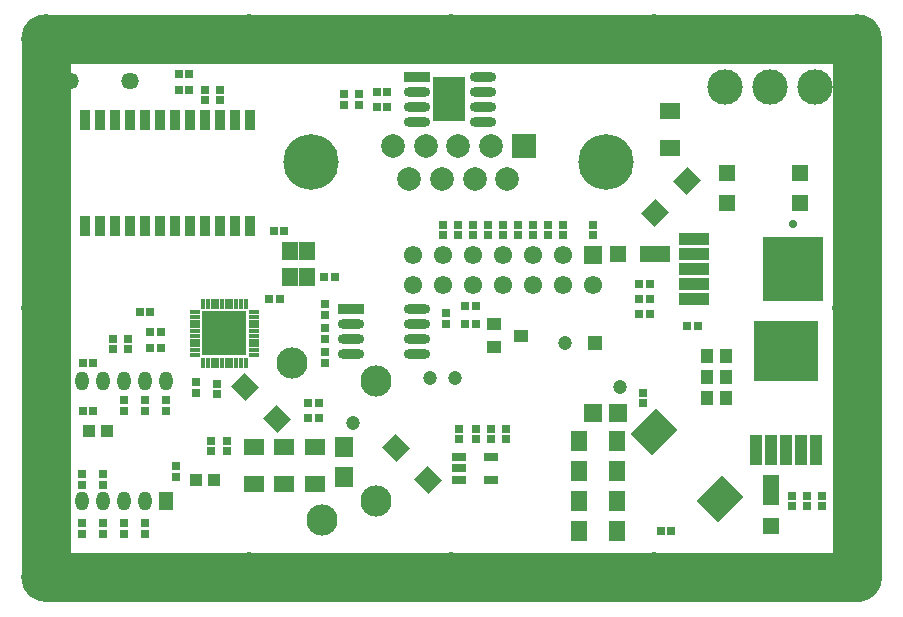
<source format=gts>
%FSLAX44Y44*%
%MOMM*%
G71*
G01*
G75*
G04 Layer_Color=8388736*
%ADD10R,0.6000X0.5000*%
%ADD11R,1.6000X1.2000*%
%ADD12R,0.5000X0.6000*%
%ADD13R,2.6200X3.5100*%
%ADD14O,2.0320X0.6096*%
%ADD15R,2.0320X0.6096*%
%ADD16R,1.2000X1.2500*%
%ADD17R,2.4000X1.2500*%
G04:AMPARAMS|DCode=18|XSize=1.5mm|YSize=1.4mm|CornerRadius=0mm|HoleSize=0mm|Usage=FLASHONLY|Rotation=45.000|XOffset=0mm|YOffset=0mm|HoleType=Round|Shape=Rectangle|*
%AMROTATEDRECTD18*
4,1,4,-0.0354,-1.0253,-1.0253,-0.0354,0.0354,1.0253,1.0253,0.0354,-0.0354,-1.0253,0.0*
%
%ADD18ROTATEDRECTD18*%

%ADD19R,1.2000X1.2000*%
%ADD20R,2.4000X0.8000*%
%ADD21R,5.0000X5.3000*%
%ADD22R,0.2000X0.8000*%
%ADD23R,0.1990X0.8000*%
%ADD24R,0.8000X0.2000*%
%ADD25R,0.8000X0.1990*%
%ADD26R,3.7000X3.7000*%
%ADD27R,0.8128X0.8128*%
%ADD28C,1.0000*%
%ADD29R,1.2954X1.6002*%
%ADD30R,0.7600X1.5600*%
%ADD31R,1.0668X0.8128*%
%ADD32R,1.2000X1.6000*%
G04:AMPARAMS|DCode=33|XSize=1.5mm|YSize=1.4mm|CornerRadius=0mm|HoleSize=0mm|Usage=FLASHONLY|Rotation=135.000|XOffset=0mm|YOffset=0mm|HoleType=Round|Shape=Rectangle|*
%AMROTATEDRECTD33*
4,1,4,1.0253,-0.0354,0.0354,-1.0253,-1.0253,0.0354,-0.0354,1.0253,1.0253,-0.0354,0.0*
%
%ADD33ROTATEDRECTD33*%

%ADD34R,1.1000X0.5000*%
%ADD35R,0.8890X1.0160*%
%ADD36R,1.3970X1.3970*%
%ADD37R,1.2000X1.4000*%
%ADD38R,1.2500X1.2000*%
%ADD39R,1.2500X2.4000*%
%ADD40R,0.8000X2.4000*%
%ADD41R,5.3000X5.0000*%
G04:AMPARAMS|DCode=42|XSize=2.4mm|YSize=2.8mm|CornerRadius=0mm|HoleSize=0mm|Usage=FLASHONLY|Rotation=135.000|XOffset=0mm|YOffset=0mm|HoleType=Round|Shape=Rectangle|*
%AMROTATEDRECTD42*
4,1,4,1.8385,0.1414,-0.1414,-1.8385,-1.8385,-0.1414,0.1414,1.8385,1.8385,0.1414,0.0*
%
%ADD42ROTATEDRECTD42*%

%ADD43C,0.2540*%
%ADD44C,0.1780*%
%ADD45C,0.6000*%
%ADD46C,4.1200*%
%ADD47C,0.4000*%
%ADD48C,0.3000*%
%ADD49C,0.2000*%
%ADD50C,0.2543*%
%ADD51C,1.0000*%
%ADD52C,0.1270*%
%ADD53C,0.8000*%
%ADD54C,0.1800*%
%ADD55C,1.2540*%
%ADD56C,2.8000*%
%ADD57C,4.5000*%
%ADD58C,1.8000*%
%ADD59R,1.8000X1.8000*%
G04:AMPARAMS|DCode=60|XSize=4mm|YSize=4mm|CornerRadius=2mm|HoleSize=0mm|Usage=FLASHONLY|Rotation=0.000|XOffset=0mm|YOffset=0mm|HoleType=Round|Shape=RoundedRectangle|*
%AMROUNDEDRECTD60*
21,1,4.0000,0.0000,0,0,0.0*
21,1,0.0000,4.0000,0,0,0.0*
1,1,4.0000,0.0000,0.0000*
1,1,4.0000,0.0000,0.0000*
1,1,4.0000,0.0000,0.0000*
1,1,4.0000,0.0000,0.0000*
%
%ADD60ROUNDEDRECTD60*%
%ADD61R,1.0000X1.0000*%
%ADD62C,1.3500*%
%ADD63R,1.3500X1.3500*%
%ADD64C,2.5400*%
%ADD65O,1.0160X1.5240*%
%ADD66R,1.0668X1.5240*%
%ADD67C,0.5000*%
%ADD68R,1.0729X7.6713*%
%ADD69C,2.0000*%
%ADD70R,8.9783X5.0800*%
%ADD71R,0.8128X0.8128*%
%ADD72R,0.8128X1.0668*%
%ADD73C,3.0000*%
%ADD74C,1.6000*%
%ADD75R,9.1983X4.5380*%
%ADD76C,0.1200*%
%ADD77C,0.1999*%
%ADD78C,0.1250*%
%ADD79C,0.1524*%
%ADD80C,0.2032*%
%ADD81R,0.8032X0.7032*%
%ADD82R,1.8032X1.4032*%
%ADD83R,0.7032X0.8032*%
%ADD84R,2.8232X3.7132*%
%ADD85O,2.2352X0.8128*%
%ADD86R,2.2352X0.8128*%
%ADD87R,1.4032X1.4532*%
%ADD88R,2.6032X1.4532*%
G04:AMPARAMS|DCode=89|XSize=1.7032mm|YSize=1.6032mm|CornerRadius=0mm|HoleSize=0mm|Usage=FLASHONLY|Rotation=45.000|XOffset=0mm|YOffset=0mm|HoleType=Round|Shape=Rectangle|*
%AMROTATEDRECTD89*
4,1,4,-0.0354,-1.1690,-1.1690,-0.0354,0.0354,1.1690,1.1690,0.0354,-0.0354,-1.1690,0.0*
%
%ADD89ROTATEDRECTD89*%

%ADD90R,1.4032X1.4032*%
%ADD91R,2.6032X1.0032*%
%ADD92R,5.2032X5.5032*%
%ADD93R,0.3000X0.9000*%
%ADD94R,0.2990X0.9000*%
%ADD95R,0.9000X0.3000*%
%ADD96R,0.9000X0.2990*%
%ADD97R,0.9000X0.2990*%
%ADD98R,0.9000X0.3000*%
%ADD99R,3.8000X3.8000*%
%ADD100R,1.0160X1.0160*%
%ADD101C,1.2032*%
%ADD102R,1.4986X1.8034*%
%ADD103R,0.9632X1.7632*%
%ADD104R,1.2700X1.0160*%
%ADD105R,1.4032X1.8032*%
G04:AMPARAMS|DCode=106|XSize=1.7032mm|YSize=1.6032mm|CornerRadius=0mm|HoleSize=0mm|Usage=FLASHONLY|Rotation=135.000|XOffset=0mm|YOffset=0mm|HoleType=Round|Shape=Rectangle|*
%AMROTATEDRECTD106*
4,1,4,1.1690,-0.0354,0.0354,-1.1690,-1.1690,0.0354,-0.0354,1.1690,1.1690,-0.0354,0.0*
%
%ADD106ROTATEDRECTD106*%

%ADD107R,1.3032X0.7032*%
%ADD108R,1.0922X1.2192*%
%ADD109R,1.6002X1.6002*%
%ADD110R,1.4032X1.6032*%
%ADD111R,1.4532X1.4032*%
%ADD112R,1.4532X2.6032*%
%ADD113R,1.0032X2.6032*%
%ADD114R,5.5032X5.2032*%
G04:AMPARAMS|DCode=115|XSize=2.6032mm|YSize=3.0032mm|CornerRadius=0mm|HoleSize=0mm|Usage=FLASHONLY|Rotation=135.000|XOffset=0mm|YOffset=0mm|HoleType=Round|Shape=Rectangle|*
%AMROTATEDRECTD115*
4,1,4,1.9822,0.1414,-0.1414,-1.9822,-1.9822,-0.1414,0.1414,1.9822,1.9822,0.1414,0.0*
%
%ADD115ROTATEDRECTD115*%

%ADD116C,1.4572*%
%ADD117C,3.0032*%
%ADD118C,4.7032*%
%ADD119C,2.0032*%
%ADD120R,2.0032X2.0032*%
G04:AMPARAMS|DCode=121|XSize=4.2032mm|YSize=4.2032mm|CornerRadius=2.1016mm|HoleSize=0mm|Usage=FLASHONLY|Rotation=0.000|XOffset=0mm|YOffset=0mm|HoleType=Round|Shape=RoundedRectangle|*
%AMROUNDEDRECTD121*
21,1,4.2032,0.0000,0,0,0.0*
21,1,0.0000,4.2032,0,0,0.0*
1,1,4.2032,0.0000,0.0000*
1,1,4.2032,0.0000,0.0000*
1,1,4.2032,0.0000,0.0000*
1,1,4.2032,0.0000,0.0000*
%
%ADD121ROUNDEDRECTD121*%
%ADD122R,1.2032X1.2032*%
%ADD123C,1.5532*%
%ADD124R,1.5532X1.5532*%
%ADD125C,2.6400*%
%ADD126O,1.1160X1.6240*%
%ADD127R,1.1668X1.6240*%
%ADD128C,0.7032*%
D46*
X22000Y478000D02*
X193500D01*
X22000Y250000D02*
Y478000D01*
X365000D02*
X536500D01*
X708000Y22059D02*
Y250000D01*
Y478000D01*
X193500D02*
X365000D01*
X22000Y22919D02*
Y250000D01*
X536500Y478000D02*
X708000D01*
X22860Y22059D02*
X708000D01*
D81*
X485140Y320730D02*
D03*
Y311730D02*
D03*
X459740Y320730D02*
D03*
Y311730D02*
D03*
X447040Y311730D02*
D03*
Y320730D02*
D03*
X434340Y311730D02*
D03*
Y320730D02*
D03*
X421640Y311730D02*
D03*
Y320730D02*
D03*
X408940Y311730D02*
D03*
Y320730D02*
D03*
X396240Y311730D02*
D03*
Y320730D02*
D03*
X383540Y311730D02*
D03*
Y320730D02*
D03*
X370840Y311730D02*
D03*
Y320730D02*
D03*
X358140Y311730D02*
D03*
Y320730D02*
D03*
X274320Y422220D02*
D03*
Y431220D02*
D03*
X287020Y422220D02*
D03*
Y431220D02*
D03*
X91440Y224210D02*
D03*
Y215210D02*
D03*
X78050D02*
D03*
Y224210D02*
D03*
X257810Y253420D02*
D03*
Y244420D02*
D03*
Y233100D02*
D03*
Y224100D02*
D03*
X161290Y137735D02*
D03*
Y128735D02*
D03*
X87630Y68000D02*
D03*
Y59000D02*
D03*
X411480Y139010D02*
D03*
Y148010D02*
D03*
X398780D02*
D03*
Y139010D02*
D03*
X386080Y148010D02*
D03*
Y139010D02*
D03*
X371310Y148010D02*
D03*
Y139010D02*
D03*
X87630Y163140D02*
D03*
Y172140D02*
D03*
X148590Y187380D02*
D03*
Y178380D02*
D03*
X166721Y186110D02*
D03*
Y177110D02*
D03*
X52070Y68000D02*
D03*
Y59000D02*
D03*
X69850Y68000D02*
D03*
Y59000D02*
D03*
X105410D02*
D03*
Y68000D02*
D03*
X132080Y116260D02*
D03*
Y107260D02*
D03*
X123190Y172140D02*
D03*
Y163140D02*
D03*
X105410Y172140D02*
D03*
Y163140D02*
D03*
X52070Y100649D02*
D03*
Y109650D02*
D03*
X70045Y100649D02*
D03*
Y109650D02*
D03*
X527050Y169490D02*
D03*
Y178490D02*
D03*
X174719Y137850D02*
D03*
Y128850D02*
D03*
X257810Y203780D02*
D03*
Y212780D02*
D03*
X360680Y236800D02*
D03*
Y245800D02*
D03*
X653530Y82197D02*
D03*
Y91197D02*
D03*
X666230Y82197D02*
D03*
Y91197D02*
D03*
X678930D02*
D03*
Y82197D02*
D03*
X168910Y435030D02*
D03*
Y426030D02*
D03*
X156210Y435030D02*
D03*
Y426030D02*
D03*
D82*
X549910Y417320D02*
D03*
Y385320D02*
D03*
X249500Y100840D02*
D03*
Y132840D02*
D03*
X223520Y100840D02*
D03*
Y132840D02*
D03*
X198120Y100840D02*
D03*
Y132840D02*
D03*
D83*
X301570Y433410D02*
D03*
X310570D02*
D03*
X301570Y420710D02*
D03*
X310570D02*
D03*
X523820Y245110D02*
D03*
X532820D02*
D03*
X523820Y257810D02*
D03*
X532820D02*
D03*
Y270510D02*
D03*
X523820D02*
D03*
X52650Y203835D02*
D03*
X61650D02*
D03*
X52650Y162560D02*
D03*
X61650D02*
D03*
X573601Y234950D02*
D03*
X564601D02*
D03*
X376500Y236560D02*
D03*
X385500D02*
D03*
X243800Y169825D02*
D03*
X252800D02*
D03*
X118800Y215900D02*
D03*
X109800D02*
D03*
X118800Y229870D02*
D03*
X109800D02*
D03*
X243800Y157125D02*
D03*
X252800D02*
D03*
X223612Y314960D02*
D03*
X214612D02*
D03*
X257120Y276020D02*
D03*
X266120D02*
D03*
X542035Y60960D02*
D03*
X551035D02*
D03*
X109910Y246380D02*
D03*
X100910D02*
D03*
X219625Y257810D02*
D03*
X210625D02*
D03*
X133980Y435030D02*
D03*
X142980D02*
D03*
X133930Y448310D02*
D03*
X142930D02*
D03*
X385500Y251460D02*
D03*
X376500D02*
D03*
D84*
X363220Y426720D02*
D03*
D85*
X391300Y446110D02*
D03*
Y433410D02*
D03*
Y420710D02*
D03*
Y408010D02*
D03*
X335420D02*
D03*
Y420710D02*
D03*
Y433410D02*
D03*
Y249261D02*
D03*
Y236560D02*
D03*
Y223860D02*
D03*
Y211161D02*
D03*
X279540D02*
D03*
Y223860D02*
D03*
Y236560D02*
D03*
D86*
X335420Y446110D02*
D03*
X279540Y249261D02*
D03*
D87*
X506387Y295545D02*
D03*
D88*
X537137D02*
D03*
D89*
X564680Y357670D02*
D03*
X537680Y330670D02*
D03*
D90*
X660380Y339446D02*
D03*
Y364846D02*
D03*
X598380D02*
D03*
Y339446D02*
D03*
D91*
X570140Y257445D02*
D03*
Y270145D02*
D03*
Y282845D02*
D03*
Y295545D02*
D03*
Y308245D02*
D03*
D92*
X654140Y282845D02*
D03*
D93*
X154719Y203606D02*
D03*
X158720D02*
D03*
X162720D02*
D03*
X166721D02*
D03*
X178720D02*
D03*
X182720D02*
D03*
X186721D02*
D03*
X190721D02*
D03*
Y253594D02*
D03*
X186721D02*
D03*
X182720D02*
D03*
X178720D02*
D03*
X166721D02*
D03*
X162720D02*
D03*
X158720D02*
D03*
X154719D02*
D03*
D94*
X170721Y203606D02*
D03*
X174719D02*
D03*
Y253594D02*
D03*
X170721D02*
D03*
D95*
X197714Y246601D02*
D03*
Y242600D02*
D03*
Y238600D02*
D03*
Y234599D02*
D03*
Y222600D02*
D03*
Y218600D02*
D03*
Y214599D02*
D03*
Y210599D02*
D03*
X147726D02*
D03*
Y214599D02*
D03*
Y218600D02*
D03*
Y222600D02*
D03*
Y234599D02*
D03*
Y238600D02*
D03*
D96*
X197714Y230599D02*
D03*
Y226601D02*
D03*
D97*
X147726D02*
D03*
Y230599D02*
D03*
D98*
Y242600D02*
D03*
Y246601D02*
D03*
D99*
X172720Y228600D02*
D03*
D100*
X73310Y146050D02*
D03*
X58071D02*
D03*
X148590Y104830D02*
D03*
X163830D02*
D03*
D101*
X281940Y152400D02*
D03*
X508000Y182880D02*
D03*
X368300Y191041D02*
D03*
X346595Y190500D02*
D03*
X461010Y220411D02*
D03*
D102*
X274320Y106680D02*
D03*
Y132080D02*
D03*
D103*
X54610Y319240D02*
D03*
X67310D02*
D03*
X80010D02*
D03*
X92710D02*
D03*
X105410D02*
D03*
X118110D02*
D03*
X130810D02*
D03*
X143510D02*
D03*
X156210D02*
D03*
X168910D02*
D03*
X181610D02*
D03*
X67310Y409740D02*
D03*
X54610D02*
D03*
X105410D02*
D03*
X92710D02*
D03*
X80010D02*
D03*
X143510D02*
D03*
X130810D02*
D03*
X118110D02*
D03*
X156210D02*
D03*
X168910D02*
D03*
X194310Y319240D02*
D03*
X181610Y409740D02*
D03*
X194310D02*
D03*
D104*
X401206Y236189D02*
D03*
Y217114D02*
D03*
X424142Y226652D02*
D03*
D105*
X472950Y111760D02*
D03*
X504950D02*
D03*
Y137160D02*
D03*
X472950D02*
D03*
Y86360D02*
D03*
X504950D02*
D03*
Y60960D02*
D03*
X472950D02*
D03*
D106*
X317970Y131610D02*
D03*
X344970Y104610D02*
D03*
X190091Y183325D02*
D03*
X217091Y156325D02*
D03*
D107*
X398310Y123800D02*
D03*
Y104800D02*
D03*
X371310D02*
D03*
Y114300D02*
D03*
Y123800D02*
D03*
D108*
X597281Y209550D02*
D03*
X581279D02*
D03*
Y191770D02*
D03*
X597281D02*
D03*
X581279Y173990D02*
D03*
X597281D02*
D03*
D109*
X484505Y161579D02*
D03*
X506095D02*
D03*
D110*
X228126Y298020D02*
D03*
Y276020D02*
D03*
X243126D02*
D03*
Y298020D02*
D03*
D111*
X635750Y65657D02*
D03*
D112*
Y96407D02*
D03*
D113*
X673850Y129787D02*
D03*
X661150D02*
D03*
X648450D02*
D03*
X635750D02*
D03*
X623050D02*
D03*
D114*
X648450Y213787D02*
D03*
D115*
X536257Y144840D02*
D03*
X592257Y88840D02*
D03*
D116*
X41910Y441919D02*
D03*
X92710Y441919D02*
D03*
D117*
X596900Y436880D02*
D03*
X635000D02*
D03*
X673100D02*
D03*
D118*
X245890Y373380D02*
D03*
X495790D02*
D03*
D119*
X329290Y359180D02*
D03*
X356990D02*
D03*
X384690D02*
D03*
X412390D02*
D03*
X315440Y387580D02*
D03*
X343140D02*
D03*
X370840D02*
D03*
X398540D02*
D03*
D120*
X426240D02*
D03*
D121*
X536500Y478000D02*
D03*
X708000Y22000D02*
D03*
X536500D02*
D03*
X365000D02*
D03*
X193500D02*
D03*
X22000D02*
D03*
X193500Y478000D02*
D03*
X708000D02*
D03*
X365000D02*
D03*
X22000Y250000D02*
D03*
X708000D02*
D03*
X22000Y478000D02*
D03*
D122*
X486410Y220411D02*
D03*
D123*
X459740Y269240D02*
D03*
Y294640D02*
D03*
X408940D02*
D03*
Y269240D02*
D03*
X434340Y294640D02*
D03*
X383540D02*
D03*
Y269240D02*
D03*
X485140D02*
D03*
X434340D02*
D03*
X358140D02*
D03*
Y294640D02*
D03*
X332740Y269240D02*
D03*
Y294640D02*
D03*
D124*
X485140D02*
D03*
D125*
X229871Y203834D02*
D03*
X16511Y187960D02*
D03*
X255271Y70486D02*
D03*
X16511Y86359D02*
D03*
X300989Y187959D02*
D03*
X300991Y86359D02*
D03*
D126*
X123189Y187961D02*
D03*
X105409Y187960D02*
D03*
X87629Y187959D02*
D03*
X69849Y187960D02*
D03*
X52071D02*
D03*
X52070Y86360D02*
D03*
X69849D02*
D03*
X87631D02*
D03*
X105411D02*
D03*
D127*
X123191D02*
D03*
D128*
X653877Y321310D02*
D03*
M02*

</source>
